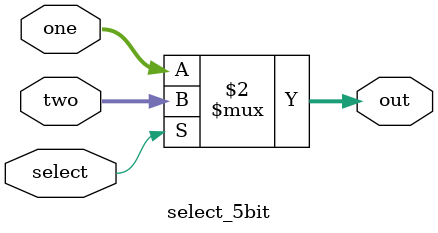
<source format=v>
`timescale 1ns / 1ps
module select_5bit(select, one, two, out);
   input [4:0] one, two;
	input select;
	output [4:0] out;
	
	assign out = (select == 1'b0 ? one : two);

endmodule

</source>
